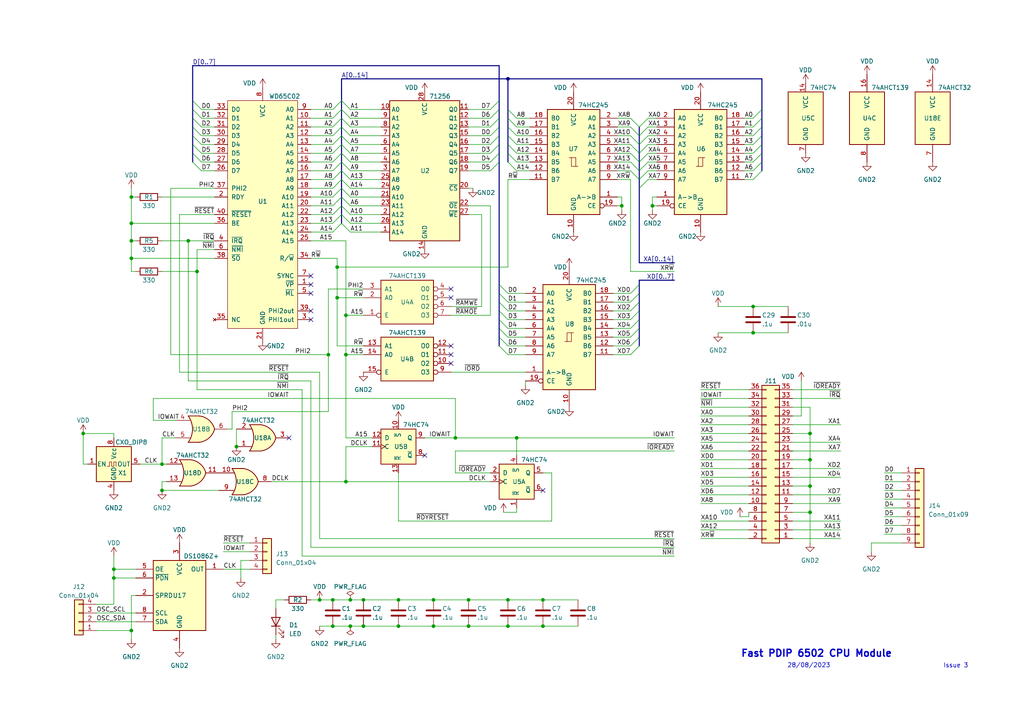
<source format=kicad_sch>
(kicad_sch (version 20230121) (generator eeschema)
  (paper "A4")
  (lib_symbols
    (symbol "74xx:74HC245" (pin_names (offset 1.016))
      (property "Reference" "U" (at -7.62 16.51 0))
      (property "Value" "74HC245" (at -7.62 -16.51 0))
      (symbol "74HC245_1_0"
        (pin input line (at -12.7 -10.16 0) (length 5.08) (name "A->B") (number "1"))
        (pin power_in line (at 0 -20.32 90) (length 5.08) (name "GND") (number "10"))
        (pin tri_state line (at 12.7 -5.08 180) (length 5.08) (name "B7") (number "11"))
        (pin tri_state line (at 12.7 -2.54 180) (length 5.08) (name "B6") (number "12"))
        (pin tri_state line (at 12.7 0 180) (length 5.08) (name "B5") (number "13"))
        (pin tri_state line (at 12.7 2.54 180) (length 5.08) (name "B4") (number "14"))
        (pin tri_state line (at 12.7 5.08 180) (length 5.08) (name "B3") (number "15"))
        (pin tri_state line (at 12.7 7.62 180) (length 5.08) (name "B2") (number "16"))
        (pin tri_state line (at 12.7 10.16 180) (length 5.08) (name "B1") (number "17"))
        (pin tri_state line (at 12.7 12.7 180) (length 5.08) (name "B0") (number "18"))
        (pin input inverted (at -12.7 -12.7 0) (length 5.08) (name "CE") (number "19"))
        (pin tri_state line (at -12.7 12.7 0) (length 5.08) (name "A0") (number "2"))
        (pin power_in line (at 0 20.32 270) (length 5.08) (name "VCC") (number "20"))
        (pin tri_state line (at -12.7 10.16 0) (length 5.08) (name "A1") (number "3"))
        (pin tri_state line (at -12.7 7.62 0) (length 5.08) (name "A2") (number "4"))
        (pin tri_state line (at -12.7 5.08 0) (length 5.08) (name "A3") (number "5"))
        (pin tri_state line (at -12.7 2.54 0) (length 5.08) (name "A4") (number "6"))
        (pin tri_state line (at -12.7 0 0) (length 5.08) (name "A5") (number "7"))
        (pin tri_state line (at -12.7 -2.54 0) (length 5.08) (name "A6") (number "8"))
        (pin tri_state line (at -12.7 -5.08 0) (length 5.08) (name "A7") (number "9"))
      )
    )
    (symbol "74xx:74HC74" (pin_names (offset 1.016))
      (property "Reference" "U" (at -7.62 8.89 0))
      (property "Value" "74HC74" (at -7.62 -8.89 0))
      (symbol "74HC74_1_0"
        (pin input line (at 0 -7.62 90) (length 2.54) (name "~{R}") (number "1"))
        (pin input line (at -7.62 2.54 0) (length 2.54) (name "D") (number "2"))
        (pin input clock (at -7.62 0 0) (length 2.54) (name "C") (number "3"))
        (pin input line (at 0 7.62 270) (length 2.54) (name "~{S}") (number "4"))
        (pin output line (at 7.62 2.54 180) (length 2.54) (name "Q") (number "5"))
        (pin output line (at 7.62 -2.54 180) (length 2.54) (name "~{Q}") (number "6"))
      )
      (symbol "74HC74_2_0"
        (pin input line (at 0 7.62 270) (length 2.54) (name "~{S}") (number "10"))
        (pin input clock (at -7.62 0 0) (length 2.54) (name "C") (number "11"))
        (pin input line (at -7.62 2.54 0) (length 2.54) (name "D") (number "12"))
        (pin input line (at 0 -7.62 90) (length 2.54) (name "~{R}") (number "13"))
        (pin output line (at 7.62 -2.54 180) (length 2.54) (name "~{Q}") (number "8"))
        (pin output line (at 7.62 2.54 180) (length 2.54) (name "Q") (number "9"))
      )
      (symbol "74HC74_3_0"
        (pin power_in line (at 0 10.16 270) (length 2.54) (name "VCC") (number "14"))
        (pin power_in line (at 0 -10.16 90) (length 2.54) (name "GND") (number "7"))
      )
    )
    (symbol "74xx:74LS139" (pin_names (offset 1.016))
      (property "Reference" "U" (at -7.62 8.89 0))
      (property "Value" "74LS139" (at -7.62 -8.89 0))
      (symbol "74LS139_1_0"
        (pin input inverted (at -12.7 -5.08 0) (length 5.08) (name "E") (number "1"))
        (pin input line (at -12.7 0 0) (length 5.08) (name "A0") (number "2"))
        (pin input line (at -12.7 2.54 0) (length 5.08) (name "A1") (number "3"))
        (pin output inverted (at 12.7 2.54 180) (length 5.08) (name "O0") (number "4"))
        (pin output inverted (at 12.7 0 180) (length 5.08) (name "O1") (number "5"))
        (pin output inverted (at 12.7 -2.54 180) (length 5.08) (name "O2") (number "6"))
        (pin output inverted (at 12.7 -5.08 180) (length 5.08) (name "O3") (number "7"))
      )
      (symbol "74LS139_2_0"
        (pin output inverted (at 12.7 -2.54 180) (length 5.08) (name "O2") (number "10"))
        (pin output inverted (at 12.7 0 180) (length 5.08) (name "O1") (number "11"))
        (pin output inverted (at 12.7 2.54 180) (length 5.08) (name "O0") (number "12"))
        (pin input line (at -12.7 2.54 0) (length 5.08) (name "A1") (number "13"))
        (pin input line (at -12.7 0 0) (length 5.08) (name "A0") (number "14"))
        (pin input inverted (at -12.7 -5.08 0) (length 5.08) (name "E") (number "15"))
        (pin output inverted (at 12.7 -5.08 180) (length 5.08) (name "O3") (number "9"))
      )
      (symbol "74LS139_3_0"
        (pin power_in line (at 0 12.7 270) (length 5.08) (name "VCC") (number "16"))
        (pin power_in line (at 0 -12.7 90) (length 5.08) (name "GND") (number "8"))
      )
    )
    (symbol "74xx:74LS32" (pin_names (offset 1.016))
      (property "Reference" "U" (at 0 1.27 0))
      (property "Value" "74LS32" (at 0 -1.27 0))
      (symbol "74LS32_1_1"
        (pin input line (at -7.62 2.54 0) (length 4.318) (name "~") (number "1"))
        (pin input line (at -7.62 -2.54 0) (length 4.318) (name "~") (number "2"))
        (pin output line (at 7.62 0 180) (length 3.81) (name "~") (number "3"))
      )
      (symbol "74LS32_1_2"
        (pin input inverted (at -7.62 2.54 0) (length 3.81) (name "~") (number "1"))
        (pin input inverted (at -7.62 -2.54 0) (length 3.81) (name "~") (number "2"))
        (pin output inverted (at 7.62 0 180) (length 3.81) (name "~") (number "3"))
      )
      (symbol "74LS32_2_1"
        (pin input line (at -7.62 2.54 0) (length 4.318) (name "~") (number "4"))
        (pin input line (at -7.62 -2.54 0) (length 4.318) (name "~") (number "5"))
        (pin output line (at 7.62 0 180) (length 3.81) (name "~") (number "6"))
      )
      (symbol "74LS32_2_2"
        (pin input inverted (at -7.62 2.54 0) (length 3.81) (name "~") (number "4"))
        (pin input inverted (at -7.62 -2.54 0) (length 3.81) (name "~") (number "5"))
        (pin output inverted (at 7.62 0 180) (length 3.81) (name "~") (number "6"))
      )
      (symbol "74LS32_3_1"
        (pin input line (at -7.62 -2.54 0) (length 4.318) (name "~") (number "10"))
        (pin output line (at 7.62 0 180) (length 3.81) (name "~") (number "8"))
        (pin input line (at -7.62 2.54 0) (length 4.318) (name "~") (number "9"))
      )
      (symbol "74LS32_3_2"
        (pin input inverted (at -7.62 -2.54 0) (length 3.81) (name "~") (number "10"))
        (pin output inverted (at 7.62 0 180) (length 3.81) (name "~") (number "8"))
        (pin input inverted (at -7.62 2.54 0) (length 3.81) (name "~") (number "9"))
      )
      (symbol "74LS32_4_1"
        (pin output line (at 7.62 0 180) (length 3.81) (name "~") (number "11"))
        (pin input line (at -7.62 2.54 0) (length 4.318) (name "~") (number "12"))
        (pin input line (at -7.62 -2.54 0) (length 4.318) (name "~") (number "13"))
      )
      (symbol "74LS32_4_2"
        (pin output inverted (at 7.62 0 180) (length 3.81) (name "~") (number "11"))
        (pin input inverted (at -7.62 2.54 0) (length 3.81) (name "~") (number "12"))
        (pin input inverted (at -7.62 -2.54 0) (length 3.81) (name "~") (number "13"))
      )
      (symbol "74LS32_5_0"
        (pin power_in line (at 0 12.7 270) (length 5.08) (name "VCC") (number "14"))
        (pin power_in line (at 0 -12.7 90) (length 5.08) (name "GND") (number "7"))
      )
    )
    (symbol "Connector_Generic:Conn_01x04" (pin_names (offset 1.016) hide)
      (property "Reference" "J" (at 0 5.08 0))
      (property "Value" "Conn_01x04" (at 0 -7.62 0))
      (symbol "Conn_01x04_1_1"
        (pin passive line (at -5.08 2.54 0) (length 3.81) (name "Pin_1") (number "1"))
        (pin passive line (at -5.08 0 0) (length 3.81) (name "Pin_2") (number "2"))
        (pin passive line (at -5.08 -2.54 0) (length 3.81) (name "Pin_3") (number "3"))
        (pin passive line (at -5.08 -5.08 0) (length 3.81) (name "Pin_4") (number "4"))
      )
    )
    (symbol "Connector_Generic:Conn_01x09" (pin_names (offset 1.016) hide)
      (property "Reference" "J" (at 0 12.7 0))
      (property "Value" "Conn_01x09" (at 0 -12.7 0))
      (symbol "Conn_01x09_1_1"
        (pin passive line (at -5.08 10.16 0) (length 3.81) (name "Pin_1") (number "1"))
        (pin passive line (at -5.08 7.62 0) (length 3.81) (name "Pin_2") (number "2"))
        (pin passive line (at -5.08 5.08 0) (length 3.81) (name "Pin_3") (number "3"))
        (pin passive line (at -5.08 2.54 0) (length 3.81) (name "Pin_4") (number "4"))
        (pin passive line (at -5.08 0 0) (length 3.81) (name "Pin_5") (number "5"))
        (pin passive line (at -5.08 -2.54 0) (length 3.81) (name "Pin_6") (number "6"))
        (pin passive line (at -5.08 -5.08 0) (length 3.81) (name "Pin_7") (number "7"))
        (pin passive line (at -5.08 -7.62 0) (length 3.81) (name "Pin_8") (number "8"))
        (pin passive line (at -5.08 -10.16 0) (length 3.81) (name "Pin_9") (number "9"))
      )
    )
    (symbol "Connector_Generic:Conn_02x18_Odd_Even" (pin_names (offset 1.016) hide)
      (property "Reference" "J" (at 1.27 22.86 0))
      (property "Value" "Conn_02x18_Odd_Even" (at 1.27 -25.4 0))
      (symbol "Conn_02x18_Odd_Even_1_1"
        (pin passive line (at -5.08 20.32 0) (length 3.81) (name "Pin_1") (number "1"))
        (pin passive line (at 7.62 10.16 180) (length 3.81) (name "Pin_10") (number "10"))
        (pin passive line (at -5.08 7.62 0) (length 3.81) (name "Pin_11") (number "11"))
        (pin passive line (at 7.62 7.62 180) (length 3.81) (name "Pin_12") (number "12"))
        (pin passive line (at -5.08 5.08 0) (length 3.81) (name "Pin_13") (number "13"))
        (pin passive line (at 7.62 5.08 180) (length 3.81) (name "Pin_14") (number "14"))
        (pin passive line (at -5.08 2.54 0) (length 3.81) (name "Pin_15") (number "15"))
        (pin passive line (at 7.62 2.54 180) (length 3.81) (name "Pin_16") (number "16"))
        (pin passive line (at -5.08 0 0) (length 3.81) (name "Pin_17") (number "17"))
        (pin passive line (at 7.62 0 180) (length 3.81) (name "Pin_18") (number "18"))
        (pin passive line (at -5.08 -2.54 0) (length 3.81) (name "Pin_19") (number "19"))
        (pin passive line (at 7.62 20.32 180) (length 3.81) (name "Pin_2") (number "2"))
        (pin passive line (at 7.62 -2.54 180) (length 3.81) (name "Pin_20") (number "20"))
        (pin passive line (at -5.08 -5.08 0) (length 3.81) (name "Pin_21") (number "21"))
        (pin passive line (at 7.62 -5.08 180) (length 3.81) (name "Pin_22") (number "22"))
        (pin passive line (at -5.08 -7.62 0) (length 3.81) (name "Pin_23") (number "23"))
        (pin passive line (at 7.62 -7.62 180) (length 3.81) (name "Pin_24") (number "24"))
        (pin passive line (at -5.08 -10.16 0) (length 3.81) (name "Pin_25") (number "25"))
        (pin passive line (at 7.62 -10.16 180) (length 3.81) (name "Pin_26") (number "26"))
        (pin passive line (at -5.08 -12.7 0) (length 3.81) (name "Pin_27") (number "27"))
        (pin passive line (at 7.62 -12.7 180) (length 3.81) (name "Pin_28") (number "28"))
        (pin passive line (at -5.08 -15.24 0) (length 3.81) (name "Pin_29") (number "29"))
        (pin passive line (at -5.08 17.78 0) (length 3.81) (name "Pin_3") (number "3"))
        (pin passive line (at 7.62 -15.24 180) (length 3.81) (name "Pin_30") (number "30"))
        (pin passive line (at -5.08 -17.78 0) (length 3.81) (name "Pin_31") (number "31"))
        (pin passive line (at 7.62 -17.78 180) (length 3.81) (name "Pin_32") (number "32"))
        (pin passive line (at -5.08 -20.32 0) (length 3.81) (name "Pin_33") (number "33"))
        (pin passive line (at 7.62 -20.32 180) (length 3.81) (name "Pin_34") (number "34"))
        (pin passive line (at -5.08 -22.86 0) (length 3.81) (name "Pin_35") (number "35"))
        (pin passive line (at 7.62 -22.86 180) (length 3.81) (name "Pin_36") (number "36"))
        (pin passive line (at 7.62 17.78 180) (length 3.81) (name "Pin_4") (number "4"))
        (pin passive line (at -5.08 15.24 0) (length 3.81) (name "Pin_5") (number "5"))
        (pin passive line (at 7.62 15.24 180) (length 3.81) (name "Pin_6") (number "6"))
        (pin passive line (at -5.08 12.7 0) (length 3.81) (name "Pin_7") (number "7"))
        (pin passive line (at 7.62 12.7 180) (length 3.81) (name "Pin_8") (number "8"))
        (pin passive line (at -5.08 10.16 0) (length 3.81) (name "Pin_9") (number "9"))
      )
    )
    (symbol "Device:C" (pin_numbers hide) (pin_names (offset 0.254))
      (property "Reference" "C" (at 0.635 2.54 0))
      (property "Value" "C" (at 0.635 -2.54 0))
      (symbol "C_1_1"
        (pin passive line (at 0 3.81 270) (length 2.794) (name "~") (number "1"))
        (pin passive line (at 0 -3.81 90) (length 2.794) (name "~") (number "2"))
      )
    )
    (symbol "Device:LED" (pin_numbers hide) (pin_names (offset 1.016) hide)
      (property "Reference" "D" (at 0 2.54 0))
      (property "Value" "LED" (at 0 -2.54 0))
      (symbol "LED_1_1"
        (pin passive line (at -3.81 0 0) (length 2.54) (name "K") (number "1"))
        (pin passive line (at 3.81 0 180) (length 2.54) (name "A") (number "2"))
      )
    )
    (symbol "Device:R" (pin_numbers hide) (pin_names (offset 0))
      (property "Reference" "R" (at 2.032 0 90))
      (property "Value" "R" (at 0 0 90))
      (symbol "R_1_1"
        (pin passive line (at 0 3.81 270) (length 1.27) (name "~") (number "1"))
        (pin passive line (at 0 -3.81 90) (length 1.27) (name "~") (number "2"))
      )
    )
    (symbol "Library_Loader:DS1086Z+"
      (property "Reference" "U?" (at -1.27 2.54 0))
      (property "Value" "DS1086Z+" (at 1.27 12.7 0))
      (symbol "DS1086Z+_1_1"
        (pin passive line (at 12.7 7.62 180) (length 5.08) (name "OUT") (number "1"))
        (pin passive line (at -12.7 0 0) (length 5.08) (name "SPRD") (number "2"))
        (pin passive line (at 0 15.24 270) (length 5.08) (name "VCC") (number "3"))
        (pin passive line (at 0 -15.24 90) (length 5.08) (name "GND") (number "4"))
        (pin passive line (at -12.7 7.62 0) (length 5.08) (name "OE") (number "5"))
        (pin passive line (at -12.7 5.08 0) (length 5.08) (name "~{PDN}") (number "6"))
        (pin passive line (at -12.7 -7.62 0) (length 5.08) (name "SDA") (number "7"))
        (pin passive line (at -12.7 -5.08 0) (length 5.08) (name "SCL") (number "8"))
      )
    )
    (symbol "Memory_RAM:KM62256CLP"
      (property "Reference" "U" (at -10.16 20.955 0))
      (property "Value" "KM62256CLP" (at 2.54 20.955 0))
      (symbol "KM62256CLP_0_0"
        (pin power_in line (at 0 -22.86 90) (length 2.54) (name "GND") (number "14"))
        (pin power_in line (at 0 22.86 270) (length 2.54) (name "VCC") (number "28"))
      )
      (symbol "KM62256CLP_1_1"
        (pin input line (at -12.7 -17.78 0) (length 2.54) (name "A14") (number "1"))
        (pin input line (at -12.7 17.78 0) (length 2.54) (name "A0") (number "10"))
        (pin tri_state line (at 12.7 17.78 180) (length 2.54) (name "Q0") (number "11"))
        (pin tri_state line (at 12.7 15.24 180) (length 2.54) (name "Q1") (number "12"))
        (pin tri_state line (at 12.7 12.7 180) (length 2.54) (name "Q2") (number "13"))
        (pin tri_state line (at 12.7 10.16 180) (length 2.54) (name "Q3") (number "15"))
        (pin tri_state line (at 12.7 7.62 180) (length 2.54) (name "Q4") (number "16"))
        (pin tri_state line (at 12.7 5.08 180) (length 2.54) (name "Q5") (number "17"))
        (pin tri_state line (at 12.7 2.54 180) (length 2.54) (name "Q6") (number "18"))
        (pin tri_state line (at 12.7 0 180) (length 2.54) (name "Q7") (number "19"))
        (pin input line (at -12.7 -12.7 0) (length 2.54) (name "A12") (number "2"))
        (pin input line (at 12.7 -5.08 180) (length 2.54) (name "~{CS}") (number "20"))
        (pin input line (at -12.7 -7.62 0) (length 2.54) (name "A10") (number "21"))
        (pin input line (at 12.7 -10.16 180) (length 2.54) (name "~{OE}") (number "22"))
        (pin input line (at -12.7 -10.16 0) (length 2.54) (name "A11") (number "23"))
        (pin input line (at -12.7 -5.08 0) (length 2.54) (name "A9") (number "24"))
        (pin input line (at -12.7 -2.54 0) (length 2.54) (name "A8") (number "25"))
        (pin input line (at -12.7 -15.24 0) (length 2.54) (name "A13") (number "26"))
        (pin input line (at 12.7 -12.7 180) (length 2.54) (name "~{WE}") (number "27"))
        (pin input line (at -12.7 0 0) (length 2.54) (name "A7") (number "3"))
        (pin input line (at -12.7 2.54 0) (length 2.54) (name "A6") (number "4"))
        (pin input line (at -12.7 5.08 0) (length 2.54) (name "A5") (number "5"))
        (pin input line (at -12.7 7.62 0) (length 2.54) (name "A4") (number "6"))
        (pin input line (at -12.7 10.16 0) (length 2.54) (name "A3") (number "7"))
        (pin input line (at -12.7 12.7 0) (length 2.54) (name "A2") (number "8"))
        (pin input line (at -12.7 15.24 0) (length 2.54) (name "A1") (number "9"))
      )
    )
    (symbol "Oscillator:CXO_DIP8" (pin_names (offset 0.254))
      (property "Reference" "X" (at -5.08 6.35 0))
      (property "Value" "CXO_DIP8" (at 1.27 -6.35 0))
      (symbol "CXO_DIP8_1_1"
        (pin input line (at -7.62 0 0) (length 2.54) (name "EN") (number "1"))
        (pin power_in line (at 0 -7.62 90) (length 2.54) (name "GND") (number "4"))
        (pin output line (at 7.62 0 180) (length 2.54) (name "OUT") (number "5"))
        (pin power_in line (at 0 7.62 270) (length 2.54) (name "Vcc") (number "8"))
      )
    )
    (symbol "power:GND2" (power) (pin_names (offset 0))
      (property "Value" "GND2" (at 0 -3.81 0))
      (symbol "GND2_1_1"
        (pin power_in line (at 0 0 270) (length 0) hide (name "GND2") (number "1"))
      )
    )
    (symbol "power:PWR_FLAG" (power) (pin_numbers hide) (pin_names (offset 0) hide)
      (property "Value" "PWR_FLAG" (at 0 3.81 0))
      (symbol "PWR_FLAG_0_0"
        (pin power_out line (at 0 0 90) (length 0) (name "pwr") (number "1"))
      )
    )
    (symbol "power:VDD" (power) (pin_names (offset 0))
      (property "Value" "VDD" (at 0 3.81 0))
      (symbol "VDD_1_1"
        (pin power_in line (at 0 0 90) (length 0) hide (name "VDD") (number "1"))
      )
    )
    (symbol "wd65c02_-65xx:WD65C02_-65xx" (pin_names (offset 1.016))
      (property "Reference" "U" (at 0 0 0))
      (property "Value" "WD65C02" (at 6.35 34.29 0))
      (symbol "WD65C02_-65xx_1_1"
        (pin output line (at 13.97 -20.32 180) (length 3.81) (name "~{VP}") (number "1"))
        (pin output line (at 13.97 27.94 180) (length 3.81) (name "A1") (number "10"))
        (pin output line (at 13.97 25.4 180) (length 3.81) (name "A2") (number "11"))
        (pin output line (at 13.97 22.86 180) (length 3.81) (name "A3") (number "12"))
        (pin output line (at 13.97 20.32 180) (length 3.81) (name "A4") (number "13"))
        (pin output line (at 13.97 17.78 180) (length 3.81) (name "A5") (number "14"))
        (pin output line (at 13.97 15.24 180) (length 3.81) (name "A6") (number "15"))
        (pin output line (at 13.97 12.7 180) (length 3.81) (name "A7") (number "16"))
        (pin output line (at 13.97 10.16 180) (length 3.81) (name "A8") (number "17"))
        (pin output line (at 13.97 7.62 180) (length 3.81) (name "A9") (number "18"))
        (pin output line (at 13.97 5.08 180) (length 3.81) (name "A10") (number "19"))
        (pin bidirectional line (at -13.97 5.08 0) (length 3.81) (name "RDY") (number "2"))
        (pin output line (at 13.97 2.54 180) (length 3.81) (name "A11") (number "20"))
        (pin power_in line (at 0 -36.83 90) (length 3.81) (name "GND") (number "21"))
        (pin output line (at 13.97 0 180) (length 3.81) (name "A12") (number "22"))
        (pin output line (at 13.97 -2.54 180) (length 3.81) (name "A13") (number "23"))
        (pin output line (at 13.97 -5.08 180) (length 3.81) (name "A14") (number "24"))
        (pin output line (at 13.97 -7.62 180) (length 3.81) (name "A15") (number "25"))
        (pin tri_state line (at -13.97 12.7 0) (length 3.81) (name "D7") (number "26"))
        (pin tri_state line (at -13.97 15.24 0) (length 3.81) (name "D6") (number "27"))
        (pin tri_state line (at -13.97 17.78 0) (length 3.81) (name "D5") (number "28"))
        (pin tri_state line (at -13.97 20.32 0) (length 3.81) (name "D4") (number "29"))
        (pin output line (at 13.97 -30.48 180) (length 3.81) (name "PHI1out") (number "3"))
        (pin tri_state line (at -13.97 22.86 0) (length 3.81) (name "D3") (number "30"))
        (pin tri_state line (at -13.97 25.4 0) (length 3.81) (name "D2") (number "31"))
        (pin tri_state line (at -13.97 27.94 0) (length 3.81) (name "D1") (number "32"))
        (pin tri_state line (at -13.97 30.48 0) (length 3.81) (name "D0") (number "33"))
        (pin output line (at 13.97 -12.7 180) (length 3.81) (name "R/~{W}") (number "34"))
        (pin no_connect line (at -13.97 -30.48 0) (length 3.81) (name "NC") (number "35"))
        (pin input line (at -13.97 -2.54 0) (length 3.81) (name "BE") (number "36"))
        (pin input line (at -13.97 7.62 0) (length 3.81) (name "PHI2") (number "37"))
        (pin input line (at -13.97 -12.7 0) (length 3.81) (name "~{SO}") (number "38"))
        (pin output line (at 13.97 -27.94 180) (length 3.81) (name "PHI2out") (number "39"))
        (pin input line (at -13.97 -7.62 0) (length 3.81) (name "~{IRQ}") (number "4"))
        (pin input line (at -13.97 0 0) (length 3.81) (name "~{RESET}") (number "40"))
        (pin output line (at 13.97 -22.86 180) (length 3.81) (name "~{ML}") (number "5"))
        (pin input line (at -13.97 -10.16 0) (length 3.81) (name "~{NMI}") (number "6"))
        (pin output line (at 13.97 -17.78 180) (length 3.81) (name "SYNC") (number "7"))
        (pin power_in line (at 0 36.83 270) (length 3.81) (name "VCC") (number "8"))
        (pin output line (at 13.97 30.48 180) (length 3.81) (name "A0") (number "9"))
      )
    )
  )
  (junction (at 95.25 102.87))
  (junction (at 38.1 182.88))
  (junction (at 234.95 148.59))
  (junction (at 97.79 86.36))
  (junction (at 38.1 69.85))
  (junction (at 218.44 88.9))
  (junction (at 135.89 181.61))
  (junction (at 38.1 74.93))
  (junction (at 101.6 181.61))
  (junction (at 33.02 165.1))
  (junction (at 46.99 142.24))
  (junction (at 100.33 139.7))
  (junction (at 218.44 96.52))
  (junction (at 135.89 173.99))
  (junction (at 24.13 125.73))
  (junction (at 147.32 173.99))
  (junction (at 100.33 91.44))
  (junction (at 147.32 181.61))
  (junction (at 100.33 102.87))
  (junction (at 157.48 181.61))
  (junction (at 92.71 173.99))
  (junction (at 157.48 173.99))
  (junction (at 147.32 22.86))
  (junction (at 234.95 140.97))
  (junction (at 125.73 173.99))
  (junction (at 96.52 181.61))
  (junction (at 105.41 173.99))
  (junction (at 234.95 133.35))
  (junction (at 180.34 59.69))
  (junction (at 38.1 64.77))
  (junction (at 96.52 173.99))
  (junction (at 115.57 181.61))
  (junction (at 101.6 173.99))
  (junction (at 97.79 77.47))
  (junction (at 149.86 127))
  (junction (at 33.02 167.64))
  (junction (at 105.41 181.61))
  (junction (at 115.57 173.99))
  (junction (at 57.15 78.74))
  (junction (at 68.58 129.54))
  (junction (at 54.61 69.85))
  (junction (at 234.95 125.73))
  (junction (at 46.99 134.62))
  (junction (at 125.73 181.61))
  (junction (at 189.23 59.69))
  (junction (at 38.1 57.15))
  (junction (at 132.08 127))
  (no_connect (at 130.81 102.87))
  (no_connect (at 130.81 100.33))
  (no_connect (at 90.17 82.55))
  (no_connect (at 90.17 90.17))
  (no_connect (at 90.17 92.71))
  (no_connect (at 123.19 132.08))
  (no_connect (at 130.81 86.36))
  (no_connect (at 130.81 83.82))
  (no_connect (at 90.17 80.01))
  (no_connect (at 90.17 85.09))
  (no_connect (at 130.81 105.41))
  (no_connect (at 157.48 142.24))
  (no_connect (at 83.82 127))
  (bus_entry (at 144.78 41.91) (size -2.54 2.54))
  (bus_entry (at 187.96 34.29) (size -2.54 2.54))
  (bus_entry (at 99.06 52.07) (size -2.54 2.54))
  (bus_entry (at 220.98 46.99) (size -2.54 2.54))
  (bus_entry (at 147.32 36.83) (size 2.54 2.54))
  (bus_entry (at 99.06 36.83) (size 2.54 2.54))
  (bus_entry (at 99.06 62.23) (size -2.54 2.54))
  (bus_entry (at 187.96 44.45) (size -2.54 2.54))
  (bus_entry (at 182.88 90.17) (size 2.54 -2.54))
  (bus_entry (at 220.98 34.29) (size -2.54 2.54))
  (bus_entry (at 55.88 44.45) (size 2.54 2.54))
  (bus_entry (at 187.96 46.99) (size -2.54 2.54))
  (bus_entry (at 99.06 41.91) (size -2.54 2.54))
  (bus_entry (at 99.06 64.77) (size -2.54 2.54))
  (bus_entry (at 55.88 39.37) (size 2.54 2.54))
  (bus_entry (at 182.88 97.79) (size 2.54 -2.54))
  (bus_entry (at 182.88 44.45) (size 2.54 2.54))
  (bus_entry (at 182.88 36.83) (size 2.54 2.54))
  (bus_entry (at 187.96 49.53) (size -2.54 2.54))
  (bus_entry (at 185.42 82.55) (size -2.54 2.54))
  (bus_entry (at 55.88 31.75) (size 2.54 2.54))
  (bus_entry (at 147.32 87.63) (size -2.54 -2.54))
  (bus_entry (at 147.32 41.91) (size 2.54 2.54))
  (bus_entry (at 147.32 46.99) (size 2.54 2.54))
  (bus_entry (at 182.88 100.33) (size 2.54 -2.54))
  (bus_entry (at 99.06 49.53) (size -2.54 2.54))
  (bus_entry (at 187.96 39.37) (size -2.54 2.54))
  (bus_entry (at 99.06 44.45) (size 2.54 2.54))
  (bus_entry (at 144.78 44.45) (size -2.54 2.54))
  (bus_entry (at 182.88 46.99) (size 2.54 2.54))
  (bus_entry (at 187.96 36.83) (size -2.54 2.54))
  (bus_entry (at 187.96 41.91) (size -2.54 2.54))
  (bus_entry (at 99.06 54.61) (size -2.54 2.54))
  (bus_entry (at 144.78 34.29) (size -2.54 2.54))
  (bus_entry (at 182.88 92.71) (size 2.54 -2.54))
  (bus_entry (at 147.32 100.33) (size -2.54 -2.54))
  (bus_entry (at 99.06 44.45) (size -2.54 2.54))
  (bus_entry (at 55.88 46.99) (size 2.54 2.54))
  (bus_entry (at 144.78 31.75) (size -2.54 2.54))
  (bus_entry (at 182.88 102.87) (size 2.54 -2.54))
  (bus_entry (at 99.06 29.21) (size 2.54 2.54))
  (bus_entry (at 144.78 39.37) (size -2.54 2.54))
  (bus_entry (at 55.88 36.83) (size 2.54 2.54))
  (bus_entry (at 182.88 87.63) (size 2.54 -2.54))
  (bus_entry (at 220.98 44.45) (size -2.54 2.54))
  (bus_entry (at 185.42 54.61) (size 2.54 -2.54))
  (bus_entry (at 147.32 34.29) (size 2.54 2.54))
  (bus_entry (at 99.06 59.69) (size 2.54 2.54))
  (bus_entry (at 147.32 90.17) (size -2.54 -2.54))
  (bus_entry (at 99.06 34.29) (size 2.54 2.54))
  (bus_entry (at 99.06 49.53) (size 2.54 2.54))
  (bus_entry (at 99.06 31.75) (size 2.54 2.54))
  (bus_entry (at 99.06 59.69) (size -2.54 2.54))
  (bus_entry (at 147.32 85.09) (size -2.54 -2.54))
  (bus_entry (at 99.06 34.29) (size -2.54 2.54))
  (bus_entry (at 182.88 95.25) (size 2.54 -2.54))
  (bus_entry (at 144.78 29.21) (size -2.54 2.54))
  (bus_entry (at 99.06 39.37) (size -2.54 2.54))
  (bus_entry (at 99.06 62.23) (size 2.54 2.54))
  (bus_entry (at 182.88 41.91) (size 2.54 2.54))
  (bus_entry (at 55.88 41.91) (size 2.54 2.54))
  (bus_entry (at 220.98 31.75) (size -2.54 2.54))
  (bus_entry (at 99.06 41.91) (size 2.54 2.54))
  (bus_entry (at 99.06 64.77) (size 2.54 2.54))
  (bus_entry (at 147.32 44.45) (size 2.54 2.54))
  (bus_entry (at 99.06 52.07) (size 2.54 2.54))
  (bus_entry (at 182.88 49.53) (size 2.54 2.54))
  (bus_entry (at 218.44 52.07) (size 2.54 -2.54))
  (bus_entry (at 147.32 39.37) (size 2.54 2.54))
  (bus_entry (at 182.88 34.29) (size 2.54 2.54))
  (bus_entry (at 99.06 57.15) (size 2.54 2.54))
  (bus_entry (at 99.06 46.99) (size -2.54 2.54))
  (bus_entry (at 220.98 41.91) (size -2.54 2.54))
  (bus_entry (at 99.06 54.61) (size 2.54 2.54))
  (bus_entry (at 99.06 39.37) (size 2.54 2.54))
  (bus_entry (at 144.78 46.99) (size -2.54 2.54))
  (bus_entry (at 99.06 36.83) (size -2.54 2.54))
  (bus_entry (at 99.06 29.21) (size -2.54 2.54))
  (bus_entry (at 147.32 102.87) (size -2.54 -2.54))
  (bus_entry (at 55.88 34.29) (size 2.54 2.54))
  (bus_entry (at 99.06 31.75) (size -2.54 2.54))
  (bus_entry (at 147.32 31.75) (size 2.54 2.54))
  (bus_entry (at 147.32 92.71) (size -2.54 -2.54))
  (bus_entry (at 220.98 36.83) (size -2.54 2.54))
  (bus_entry (at 147.32 95.25) (size -2.54 -2.54))
  (bus_entry (at 182.88 39.37) (size 2.54 2.54))
  (bus_entry (at 220.98 39.37) (size -2.54 2.54))
  (bus_entry (at 99.06 46.99) (size 2.54 2.54))
  (bus_entry (at 144.78 36.83) (size -2.54 2.54))
  (bus_entry (at 55.88 29.21) (size 2.54 2.54))
  (bus_entry (at 99.06 57.15) (size -2.54 2.54))
  (bus_entry (at 147.32 97.79) (size -2.54 -2.54))
  (wire (pts (xy 110.49 31.75) (xy 101.6 31.75)))
  (wire (pts (xy 100.33 102.87) (xy 100.33 91.44)))
  (wire (pts (xy 147.32 173.99) (xy 157.48 173.99)))
  (wire (pts (xy 132.08 127) (xy 132.08 115.57)))
  (wire (pts (xy 58.42 34.29) (xy 62.23 34.29)))
  (wire (pts (xy 52.07 62.23) (xy 62.23 62.23)))
  (wire (pts (xy 217.17 151.13) (xy 203.2 151.13)))
  (wire (pts (xy 177.8 87.63) (xy 182.88 87.63)))
  (wire (pts (xy 115.57 151.13) (xy 115.57 137.16)))
  (wire (pts (xy 217.17 128.27) (xy 203.2 128.27)))
  (wire (pts (xy 187.96 44.45) (xy 190.5 44.45)))
  (bus (pts (xy 220.98 31.75) (xy 220.98 34.29)))
  (wire (pts (xy 218.44 41.91) (xy 215.9 41.91)))
  (wire (pts (xy 115.57 181.61) (xy 125.73 181.61)))
  (wire (pts (xy 252.73 157.48) (xy 252.73 160.02)))
  (bus (pts (xy 147.32 44.45) (xy 147.32 46.99)))
  (wire (pts (xy 130.81 91.44) (xy 142.24 91.44)))
  (wire (pts (xy 214.63 149.86) (xy 217.17 149.86)))
  (wire (pts (xy 33.02 161.29) (xy 33.02 165.1)))
  (wire (pts (xy 100.33 129.54) (xy 100.33 139.7)))
  (wire (pts (xy 261.62 152.4) (xy 256.54 152.4)))
  (wire (pts (xy 187.96 36.83) (xy 190.5 36.83)))
  (wire (pts (xy 147.32 100.33) (xy 152.4 100.33)))
  (wire (pts (xy 177.8 95.25) (xy 182.88 95.25)))
  (wire (pts (xy 177.8 100.33) (xy 182.88 100.33)))
  (wire (pts (xy 147.32 90.17) (xy 152.4 90.17)))
  (wire (pts (xy 229.87 151.13) (xy 243.84 151.13)))
  (wire (pts (xy 217.17 135.89) (xy 203.2 135.89)))
  (wire (pts (xy 179.07 49.53) (xy 182.88 49.53)))
  (wire (pts (xy 64.77 157.48) (xy 72.39 157.48)))
  (wire (pts (xy 123.19 127) (xy 132.08 127)))
  (wire (pts (xy 189.23 59.69) (xy 190.5 59.69)))
  (bus (pts (xy 99.06 62.23) (xy 99.06 64.77)))
  (wire (pts (xy 90.17 36.83) (xy 96.52 36.83)))
  (wire (pts (xy 234.95 148.59) (xy 234.95 157.48)))
  (wire (pts (xy 229.87 138.43) (xy 243.84 138.43)))
  (wire (pts (xy 33.02 165.1) (xy 33.02 167.64)))
  (wire (pts (xy 135.89 36.83) (xy 142.24 36.83)))
  (wire (pts (xy 110.49 62.23) (xy 101.6 62.23)))
  (wire (pts (xy 229.87 130.81) (xy 243.84 130.81)))
  (wire (pts (xy 49.53 54.61) (xy 49.53 102.87)))
  (wire (pts (xy 135.89 49.53) (xy 142.24 49.53)))
  (wire (pts (xy 177.8 97.79) (xy 182.88 97.79)))
  (wire (pts (xy 217.17 125.73) (xy 203.2 125.73)))
  (wire (pts (xy 229.87 115.57) (xy 243.84 115.57)))
  (wire (pts (xy 153.67 49.53) (xy 149.86 49.53)))
  (wire (pts (xy 90.17 52.07) (xy 96.52 52.07)))
  (wire (pts (xy 234.95 125.73) (xy 234.95 133.35)))
  (wire (pts (xy 97.79 86.36) (xy 105.41 86.36)))
  (wire (pts (xy 142.24 59.69) (xy 142.24 91.44)))
  (wire (pts (xy 135.89 34.29) (xy 142.24 34.29)))
  (bus (pts (xy 99.06 49.53) (xy 99.06 46.99)))
  (wire (pts (xy 40.64 134.62) (xy 46.99 134.62)))
  (wire (pts (xy 38.1 57.15) (xy 38.1 64.77)))
  (wire (pts (xy 177.8 92.71) (xy 182.88 92.71)))
  (wire (pts (xy 229.87 118.11) (xy 234.95 118.11)))
  (bus (pts (xy 55.88 31.75) (xy 55.88 29.21)))
  (bus (pts (xy 55.88 36.83) (xy 55.88 34.29)))
  (wire (pts (xy 157.48 173.99) (xy 167.64 173.99)))
  (wire (pts (xy 92.71 173.99) (xy 96.52 173.99)))
  (wire (pts (xy 130.81 88.9) (xy 139.7 88.9)))
  (wire (pts (xy 182.88 52.07) (xy 182.88 78.74)))
  (bus (pts (xy 99.06 57.15) (xy 99.06 59.69)))
  (bus (pts (xy 147.32 41.91) (xy 147.32 44.45)))
  (wire (pts (xy 187.96 41.91) (xy 190.5 41.91)))
  (wire (pts (xy 110.49 59.69) (xy 101.6 59.69)))
  (wire (pts (xy 24.13 125.73) (xy 24.13 134.62)))
  (wire (pts (xy 217.17 120.65) (xy 203.2 120.65)))
  (wire (pts (xy 160.02 151.13) (xy 115.57 151.13)))
  (bus (pts (xy 185.42 49.53) (xy 185.42 52.07)))
  (wire (pts (xy 38.1 172.72) (xy 38.1 182.88)))
  (bus (pts (xy 144.78 41.91) (xy 144.78 44.45)))
  (bus (pts (xy 99.06 22.86) (xy 99.06 29.21)))
  (wire (pts (xy 67.31 119.38) (xy 95.25 119.38)))
  (wire (pts (xy 218.44 96.52) (xy 228.6 96.52)))
  (wire (pts (xy 147.32 52.07) (xy 147.32 77.47)))
  (bus (pts (xy 144.78 36.83) (xy 144.78 39.37)))
  (wire (pts (xy 110.49 54.61) (xy 101.6 54.61)))
  (wire (pts (xy 135.89 46.99) (xy 142.24 46.99)))
  (wire (pts (xy 179.07 39.37) (xy 182.88 39.37)))
  (wire (pts (xy 90.17 46.99) (xy 96.52 46.99)))
  (wire (pts (xy 132.08 127) (xy 149.86 127)))
  (wire (pts (xy 115.57 173.99) (xy 125.73 173.99)))
  (bus (pts (xy 144.78 29.21) (xy 144.78 31.75)))
  (wire (pts (xy 87.63 113.03) (xy 87.63 161.29)))
  (wire (pts (xy 149.86 148.59) (xy 149.86 147.32)))
  (wire (pts (xy 101.6 173.99) (xy 105.41 173.99)))
  (wire (pts (xy 97.79 74.93) (xy 90.17 74.93)))
  (wire (pts (xy 110.49 46.99) (xy 101.6 46.99)))
  (wire (pts (xy 160.02 137.16) (xy 157.48 137.16)))
  (wire (pts (xy 33.02 175.26) (xy 33.02 167.64)))
  (wire (pts (xy 157.48 181.61) (xy 167.64 181.61)))
  (wire (pts (xy 90.17 110.49) (xy 90.17 158.75)))
  (wire (pts (xy 187.96 39.37) (xy 190.5 39.37)))
  (wire (pts (xy 46.99 57.15) (xy 62.23 57.15)))
  (bus (pts (xy 99.06 54.61) (xy 99.06 52.07)))
  (wire (pts (xy 69.85 167.64) (xy 69.85 162.56)))
  (wire (pts (xy 135.89 54.61) (xy 137.16 54.61)))
  (wire (pts (xy 218.44 39.37) (xy 215.9 39.37)))
  (wire (pts (xy 92.71 181.61) (xy 96.52 181.61)))
  (wire (pts (xy 187.96 46.99) (xy 190.5 46.99)))
  (wire (pts (xy 234.95 140.97) (xy 229.87 140.97)))
  (wire (pts (xy 234.95 125.73) (xy 229.87 125.73)))
  (wire (pts (xy 49.53 54.61) (xy 62.23 54.61)))
  (wire (pts (xy 217.17 133.35) (xy 203.2 133.35)))
  (wire (pts (xy 57.15 72.39) (xy 62.23 72.39)))
  (bus (pts (xy 144.78 90.17) (xy 144.78 92.71)))
  (wire (pts (xy 152.4 110.49) (xy 152.4 111.76)))
  (wire (pts (xy 96.52 173.99) (xy 101.6 173.99)))
  (wire (pts (xy 217.17 148.59) (xy 217.17 149.86)))
  (bus (pts (xy 185.42 95.25) (xy 185.42 97.79)))
  (bus (pts (xy 185.42 36.83) (xy 185.42 39.37)))
  (bus (pts (xy 185.42 81.28) (xy 195.58 81.28)))
  (wire (pts (xy 95.25 83.82) (xy 105.41 83.82)))
  (wire (pts (xy 189.23 57.15) (xy 190.5 57.15)))
  (bus (pts (xy 144.78 97.79) (xy 144.78 100.33)))
  (wire (pts (xy 261.62 139.7) (xy 256.54 139.7)))
  (wire (pts (xy 132.08 130.81) (xy 195.58 130.81)))
  (bus (pts (xy 185.42 85.09) (xy 185.42 87.63)))
  (wire (pts (xy 78.74 139.7) (xy 100.33 139.7)))
  (wire (pts (xy 147.32 85.09) (xy 152.4 85.09)))
  (wire (pts (xy 80.01 173.99) (xy 80.01 176.53)))
  (wire (pts (xy 179.07 34.29) (xy 182.88 34.29)))
  (wire (pts (xy 95.25 119.38) (xy 95.25 102.87)))
  (bus (pts (xy 220.98 46.99) (xy 220.98 49.53)))
  (wire (pts (xy 107.95 127) (xy 100.33 127)))
  (wire (pts (xy 229.87 143.51) (xy 243.84 143.51)))
  (bus (pts (xy 147.32 22.86) (xy 147.32 31.75)))
  (wire (pts (xy 208.28 88.9) (xy 218.44 88.9)))
  (wire (pts (xy 218.44 44.45) (xy 215.9 44.45)))
  (wire (pts (xy 110.49 67.31) (xy 101.6 67.31)))
  (wire (pts (xy 90.17 67.31) (xy 96.52 67.31)))
  (bus (pts (xy 99.06 29.21) (xy 99.06 31.75)))
  (bus (pts (xy 147.32 34.29) (xy 147.32 36.83)))
  (wire (pts (xy 64.77 160.02) (xy 72.39 160.02)))
  (bus (pts (xy 185.42 92.71) (xy 185.42 95.25)))
  (wire (pts (xy 135.89 173.99) (xy 147.32 173.99)))
  (wire (pts (xy 234.95 133.35) (xy 229.87 133.35)))
  (bus (pts (xy 185.42 39.37) (xy 185.42 41.91)))
  (wire (pts (xy 180.34 59.69) (xy 180.34 60.96)))
  (bus (pts (xy 147.32 39.37) (xy 147.32 41.91)))
  (wire (pts (xy 92.71 107.95) (xy 92.71 156.21)))
  (bus (pts (xy 55.88 46.99) (xy 55.88 44.45)))
  (bus (pts (xy 220.98 44.45) (xy 220.98 46.99)))
  (wire (pts (xy 24.13 125.73) (xy 33.02 125.73)))
  (wire (pts (xy 179.07 52.07) (xy 182.88 52.07)))
  (bus (pts (xy 144.78 82.55) (xy 144.78 85.09)))
  (wire (pts (xy 58.42 49.53) (xy 62.23 49.53)))
  (wire (pts (xy 46.99 134.62) (xy 48.26 134.62)))
  (wire (pts (xy 110.49 49.53) (xy 101.6 49.53)))
  (wire (pts (xy 261.62 147.32) (xy 256.54 147.32)))
  (wire (pts (xy 38.1 78.74) (xy 38.1 74.93)))
  (bus (pts (xy 99.06 34.29) (xy 99.06 36.83)))
  (wire (pts (xy 48.26 139.7) (xy 46.99 139.7)))
  (wire (pts (xy 90.17 49.53) (xy 96.52 49.53)))
  (wire (pts (xy 90.17 41.91) (xy 96.52 41.91)))
  (wire (pts (xy 189.23 59.69) (xy 189.23 60.96)))
  (bus (pts (xy 185.42 46.99) (xy 185.42 49.53)))
  (wire (pts (xy 100.33 139.7) (xy 142.24 139.7)))
  (bus (pts (xy 185.42 52.07) (xy 185.42 54.61)))
  (wire (pts (xy 46.99 78.74) (xy 57.15 78.74)))
  (bus (pts (xy 99.06 46.99) (xy 99.06 44.45)))
  (wire (pts (xy 203.2 156.21) (xy 217.17 156.21)))
  (wire (pts (xy 110.49 39.37) (xy 101.6 39.37)))
  (wire (pts (xy 90.17 57.15) (xy 96.52 57.15)))
  (wire (pts (xy 149.86 127) (xy 195.58 127)))
  (wire (pts (xy 66.04 124.46) (xy 67.31 124.46)))
  (wire (pts (xy 90.17 173.99) (xy 92.71 173.99)))
  (wire (pts (xy 261.62 142.24) (xy 256.54 142.24)))
  (bus (pts (xy 99.06 36.83) (xy 99.06 39.37)))
  (wire (pts (xy 179.07 41.91) (xy 182.88 41.91)))
  (wire (pts (xy 27.94 182.88) (xy 38.1 182.88)))
  (wire (pts (xy 135.89 181.61) (xy 147.32 181.61)))
  (wire (pts (xy 97.79 86.36) (xy 97.79 100.33)))
  (bus (pts (xy 55.88 34.29) (xy 55.88 31.75)))
  (bus (pts (xy 144.78 44.45) (xy 144.78 46.99)))
  (wire (pts (xy 101.6 181.61) (xy 105.41 181.61)))
  (wire (pts (xy 261.62 154.94) (xy 256.54 154.94)))
  (wire (pts (xy 52.07 62.23) (xy 52.07 107.95)))
  (wire (pts (xy 208.28 96.52) (xy 218.44 96.52)))
  (wire (pts (xy 58.42 44.45) (xy 62.23 44.45)))
  (wire (pts (xy 50.8 127) (xy 46.99 127)))
  (wire (pts (xy 64.77 165.1) (xy 72.39 165.1)))
  (wire (pts (xy 261.62 137.16) (xy 256.54 137.16)))
  (bus (pts (xy 144.78 87.63) (xy 144.78 90.17)))
  (bus (pts (xy 220.98 36.83) (xy 220.98 39.37)))
  (wire (pts (xy 46.99 69.85) (xy 54.61 69.85)))
  (wire (pts (xy 135.89 181.61) (xy 125.73 181.61)))
  (wire (pts (xy 57.15 78.74) (xy 57.15 113.03)))
  (wire (pts (xy 100.33 129.54) (xy 107.95 129.54)))
  (wire (pts (xy 97.79 100.33) (xy 105.41 100.33)))
  (wire (pts (xy 90.17 62.23) (xy 96.52 62.23)))
  (wire (pts (xy 147.32 102.87) (xy 152.4 102.87)))
  (wire (pts (xy 38.1 57.15) (xy 39.37 57.15)))
  (wire (pts (xy 90.17 69.85) (xy 100.33 69.85)))
  (wire (pts (xy 24.13 134.62) (xy 25.4 134.62)))
  (bus (pts (xy 99.06 31.75) (xy 99.06 34.29)))
  (wire (pts (xy 38.1 54.61) (xy 38.1 57.15)))
  (wire (pts (xy 80.01 184.15) (xy 80.01 185.42)))
  (bus (pts (xy 220.98 41.91) (xy 220.98 44.45)))
  (wire (pts (xy 147.32 181.61) (xy 157.48 181.61)))
  (wire (pts (xy 39.37 69.85) (xy 38.1 69.85)))
  (wire (pts (xy 203.2 153.67) (xy 217.17 153.67)))
  (wire (pts (xy 232.41 110.49) (xy 232.41 120.65)))
  (bus (pts (xy 147.32 22.86) (xy 220.98 22.86)))
  (wire (pts (xy 135.89 44.45) (xy 142.24 44.45)))
  (wire (pts (xy 57.15 72.39) (xy 57.15 78.74)))
  (wire (pts (xy 147.32 95.25) (xy 152.4 95.25)))
  (wire (pts (xy 38.1 64.77) (xy 62.23 64.77)))
  (wire (pts (xy 132.08 130.81) (xy 132.08 137.16)))
  (bus (pts (xy 55.88 29.21) (xy 55.88 19.05)))
  (wire (pts (xy 234.95 140.97) (xy 234.95 133.35)))
  (bus (pts (xy 99.06 41.91) (xy 99.06 44.45)))
  (wire (pts (xy 217.17 123.19) (xy 203.2 123.19)))
  (wire (pts (xy 187.96 52.07) (xy 190.5 52.07)))
  (wire (pts (xy 153.67 34.29) (xy 149.86 34.29)))
  (wire (pts (xy 68.58 124.46) (xy 68.58 129.54)))
  (bus (pts (xy 185.42 87.63) (xy 185.42 90.17)))
  (wire (pts (xy 54.61 69.85) (xy 62.23 69.85)))
  (wire (pts (xy 179.07 59.69) (xy 180.34 59.69)))
  (bus (pts (xy 185.42 90.17) (xy 185.42 92.71)))
  (wire (pts (xy 229.87 128.27) (xy 243.84 128.27)))
  (wire (pts (xy 38.1 78.74) (xy 39.37 78.74)))
  (bus (pts (xy 55.88 44.45) (xy 55.88 41.91)))
  (bus (pts (xy 185.42 82.55) (xy 185.42 85.09)))
  (wire (pts (xy 90.17 64.77) (xy 96.52 64.77)))
  (bus (pts (xy 144.78 95.25) (xy 144.78 97.79)))
  (bus (pts (xy 144.78 19.05) (xy 144.78 29.21)))
  (wire (pts (xy 97.79 77.47) (xy 147.32 77.47)))
  (wire (pts (xy 177.8 102.87) (xy 182.88 102.87)))
  (wire (pts (xy 90.17 31.75) (xy 96.52 31.75)))
  (wire (pts (xy 218.44 46.99) (xy 215.9 46.99)))
  (wire (pts (xy 38.1 182.88) (xy 38.1 185.42)))
  (wire (pts (xy 218.44 88.9) (xy 228.6 88.9)))
  (wire (pts (xy 153.67 36.83) (xy 149.86 36.83)))
  (wire (pts (xy 234.95 148.59) (xy 234.95 140.97)))
  (bus (pts (xy 144.78 85.09) (xy 144.78 87.63)))
  (wire (pts (xy 217.17 140.97) (xy 203.2 140.97)))
  (wire (pts (xy 58.42 41.91) (xy 62.23 41.91)))
  (wire (pts (xy 261.62 149.86) (xy 256.54 149.86)))
  (wire (pts (xy 187.96 34.29) (xy 190.5 34.29)))
  (wire (pts (xy 90.17 59.69) (xy 96.52 59.69)))
  (wire (pts (xy 92.71 156.21) (xy 195.58 156.21)))
  (wire (pts (xy 229.87 153.67) (xy 243.84 153.67)))
  (wire (pts (xy 44.45 121.92) (xy 44.45 115.57)))
  (wire (pts (xy 38.1 64.77) (xy 38.1 69.85)))
  (wire (pts (xy 95.25 83.82) (xy 95.25 102.87)))
  (wire (pts (xy 218.44 36.83) (xy 215.9 36.83)))
  (wire (pts (xy 229.87 135.89) (xy 243.84 135.89)))
  (wire (pts (xy 52.07 107.95) (xy 92.71 107.95)))
  (wire (pts (xy 229.87 113.03) (xy 243.84 113.03)))
  (wire (pts (xy 110.49 52.07) (xy 101.6 52.07)))
  (wire (pts (xy 229.87 123.19) (xy 243.84 123.19)))
  (wire (pts (xy 135.89 59.69) (xy 142.24 59.69)))
  (wire (pts (xy 147.32 92.71) (xy 152.4 92.71)))
  (wire (pts (xy 180.34 57.15) (xy 179.07 57.15)))
  (wire (pts (xy 97.79 77.47) (xy 97.79 86.36)))
  (wire (pts (xy 38.1 74.93) (xy 38.1 69.85)))
  (wire (pts (xy 110.49 44.45) (xy 101.6 44.45)))
  (wire (pts (xy 218.44 49.53) (xy 215.9 49.53)))
  (wire (pts (xy 90.17 34.29) (xy 96.52 34.29)))
  (wire (pts (xy 182.88 78.74) (xy 195.58 78.74)))
  (bus (pts (xy 99.06 22.86) (xy 147.32 22.86)))
  (wire (pts (xy 110.49 57.15) (xy 101.6 57.15)))
  (wire (pts (xy 33.02 165.1) (xy 39.37 165.1)))
  (wire (pts (xy 153.67 39.37) (xy 149.86 39.37)))
  (wire (pts (xy 153.67 46.99) (xy 149.86 46.99)))
  (wire (pts (xy 100.33 102.87) (xy 100.33 127)))
  (wire (pts (xy 234.95 118.11) (xy 234.95 125.73)))
  (wire (pts (xy 217.17 113.03) (xy 203.2 113.03)))
  (wire (pts (xy 110.49 36.83) (xy 101.6 36.83)))
  (wire (pts (xy 100.33 102.87) (xy 105.41 102.87)))
  (wire (pts (xy 179.07 36.83) (xy 182.88 36.83)))
  (wire (pts (xy 80.01 173.99) (xy 82.55 173.99)))
  (bus (pts (xy 99.06 52.07) (xy 99.06 49.53)))
  (wire (pts (xy 177.8 85.09) (xy 182.88 85.09)))
  (bus (pts (xy 55.88 19.05) (xy 144.78 19.05)))
  (wire (pts (xy 149.86 127) (xy 149.86 132.08)))
  (wire (pts (xy 261.62 144.78) (xy 256.54 144.78)))
  (wire (pts (xy 135.89 41.91) (xy 142.24 41.91)))
  (wire (pts (xy 49.53 102.87) (xy 95.25 102.87)))
  (wire (pts (xy 67.31 119.38) (xy 67.31 124.46)))
  (wire (pts (xy 38.1 74.93) (xy 62.23 74.93)))
  (wire (pts (xy 132.08 137.16) (xy 142.24 137.16)))
  (wire (pts (xy 139.7 62.23) (xy 139.7 88.9)))
  (bus (pts (xy 220.98 34.29) (xy 220.98 36.83)))
  (wire (pts (xy 125.73 173.99) (xy 135.89 173.99)))
  (wire (pts (xy 146.05 148.59) (xy 149.86 148.59)))
  (wire (pts (xy 110.49 34.29) (xy 101.6 34.29)))
  (wire (pts (xy 39.37 172.72) (xy 38.1 172.72)))
  (wire (pts (xy 27.94 180.34) (xy 39.37 180.34)))
  (wire (pts (xy 180.34 57.15) (xy 180.34 59.69)))
  (bus (pts (xy 220.98 39.37) (xy 220.98 41.91)))
  (wire (pts (xy 90.17 54.61) (xy 96.52 54.61)))
  (wire (pts (xy 147.32 87.63) (xy 152.4 87.63)))
  (wire (pts (xy 217.17 143.51) (xy 203.2 143.51)))
  (bus (pts (xy 185.42 44.45) (xy 185.42 46.99)))
  (bus (pts (xy 147.32 31.75) (xy 147.32 34.29)))
  (bus (pts (xy 220.98 22.86) (xy 220.98 31.75)))
  (wire (pts (xy 218.44 52.07) (xy 215.9 52.07)))
  (bus (pts (xy 99.06 39.37) (xy 99.06 41.91)))
  (wire (pts (xy 135.89 31.75) (xy 142.24 31.75)))
  (wire (pts (xy 27.94 177.8) (xy 39.37 177.8)))
  (wire (pts (xy 189.23 57.15) (xy 189.23 59.69)))
  (bus (pts (xy 99.06 54.61) (xy 99.06 57.15)))
  (bus (pts (xy 147.32 36.83) (xy 147.32 39.37)))
  (wire (pts (xy 54.61 110.49) (xy 90.17 110.49)))
  (wire (pts (xy 46.99 127) (xy 46.99 134.62)))
  (wire (pts (xy 229.87 156.21) (xy 243.84 156.21)))
  (wire (pts (xy 100.33 69.85) (xy 100.33 91.44)))
  (bus (pts (xy 144.78 92.71) (xy 144.78 95.25)))
  (wire (pts (xy 96.52 181.61) (xy 101.6 181.61)))
  (wire (pts (xy 90.17 39.37) (xy 96.52 39.37)))
  (wire (pts (xy 218.44 34.29) (xy 215.9 34.29)))
  (wire (pts (xy 27.94 175.26) (xy 33.02 175.26)))
  (bus (pts (xy 185.42 54.61) (xy 185.42 76.2)))
  (wire (pts (xy 179.07 46.99) (xy 182.88 46.99)))
  (wire (pts (xy 153.67 41.91) (xy 149.86 41.91)))
  (wire (pts (xy 105.41 173.99) (xy 115.57 173.99)))
  (wire (pts (xy 58.42 46.99) (xy 62.23 46.99)))
  (wire (pts (xy 46.99 139.7) (xy 46.99 142.24)))
  (wire (pts (xy 58.42 31.75) (xy 62.23 31.75)))
  (wire (pts (xy 110.49 64.77) (xy 101.6 64.77)))
  (wire (pts (xy 58.42 39.37) (xy 62.23 39.37)))
  (bus (pts (xy 99.06 59.69) (xy 99.06 62.23)))
  (wire (pts (xy 57.15 113.03) (xy 87.63 113.03)))
  (wire (pts (xy 69.85 162.56) (xy 72.39 162.56)))
  (wire (pts (xy 44.45 121.92) (xy 50.8 121.92)))
  (wire (pts (xy 110.49 41.91) (xy 101.6 41.91)))
  (wire (pts (xy 139.7 62.23) (xy 135.89 62.23)))
  (bus (pts (xy 144.78 31.75) (xy 144.78 34.29)))
  (wire (pts (xy 217.17 118.11) (xy 203.2 118.11)))
  (wire (pts (xy 153.67 44.45) (xy 149.86 44.45)))
  (wire (pts (xy 177.8 90.17) (xy 182.88 90.17)))
  (wire (pts (xy 58.42 36.83) (xy 62.23 36.83)))
  (bus (pts (xy 185.42 41.91) (xy 185.42 44.45)))
  (wire (pts (xy 217.17 115.57) (xy 203.2 115.57)))
  (wire (pts (xy 105.41 181.61) (xy 115.57 181.61)))
  (bus (pts (xy 185.42 76.2) (xy 195.58 76.2)))
  (wire (pts (xy 261.62 157.48) (xy 252.73 157.48)))
  (bus (pts (xy 144.78 34.29) (xy 144.78 36.83)))
  (wire (pts (xy 147.32 97.79) (xy 152.4 97.79)))
  (wire (pts (xy 90.17 44.45) (xy 96.52 44.45)))
  (wire (pts (xy 160.02 137.16) (xy 160.02 151.13)))
  (wire (pts (xy 217.17 138.43) (xy 203.2 138.43)))
  (wire (pts (xy 217.17 146.05) (xy 203.2 146.05)))
  (wire (pts (xy 100.33 91.44) (xy 105.41 91.44)))
  (bus (pts (xy 185.42 97.79) (xy 185.42 100.33)))
  (wire (pts (xy 130.81 107.95) (xy 152.4 107.95)))
  (wire (pts (xy 153.67 52.07) (xy 147.32 52.07)))
  (bus (pts (xy 144.78 39.37) (xy 144.78 41.91)))
  (bus (pts (xy 55.88 39.37) (xy 55.88 36.83)))
  (bus (pts (xy 55.88 41.91) (xy 55.88 39.37)))
  (wire (pts (xy 44.45 115.57) (xy 132.08 115.57)))
  (wire (pts (xy 87.63 161.29) (xy 195.58 161.29)))
  (wire (pts (xy 135.89 39.37) (xy 142.24 39.37)))
  (wire (pts (xy 187.96 49.53) (xy 190.5 49.53)))
  (wire (pts (xy 97.79 74.93) (xy 97.79 77.47)))
  (wire (pts (xy 229.87 148.59) (xy 234.95 148.59)))
  (wire (pts (xy 54.61 69.85) (xy 54.61 110.49)))
  (wire (pts (xy 46.99 142.24) (xy 63.5 142.24)))
  (bus (pts (xy 185.42 81.28) (xy 185.42 82.55)))
  (wire (pts (xy 217.17 130.81) (xy 203.2 130.81)))
  (wire (pts (xy 179.07 44.45) (xy 182.88 44.45)))
  (wire (pts (xy 33.02 167.64) (xy 39.37 167.64)))
  (bus (pts (xy 144.78 46.99) (xy 144.78 82.55)))
  (wire (pts (xy 229.87 146.05) (xy 243.84 146.05)))
  (wire (pts (xy 33.02 125.73) (xy 33.02 127)))
  (wire (pts (xy 90.17 158.75) (xy 195.58 158.75)))
  (wire (pts (xy 229.87 120.65) (xy 232.41 120.65)))
  (text "Issue 3" (at 273.6032 193.8949 0) (effects (font (size 1.27 1.27)) (justify left bottom)))
  (text "Fast PDIP 6502 CPU Module" (at 214.8047 190.8425 0) (effects (font (size 2 2) (thickness 0.4) bold) (justify left bottom)))
  (text "28/08/2023" (at 228.3396 193.8547 0) (effects (font (size 1.27 1.27)) (justify left bottom)))
  (label "XA8" (at 203.2 146.05 0))
  (label "CLK" (at 46.99 127 0))
  (label "D4" (at 147.32 95.25 0))
  (label "XA6" (at 203.2 130.81 0))
  (label "~{IRQ}" (at 83.82 110.49 180))
  (label "A12" (at 149.86 44.45 0))
  (label "XA9" (at 243.84 146.05 180))
  (label "XD1" (at 182.88 87.63 180))
  (label "A13" (at 149.86 46.99 0))
  (label "A10" (at 101.6 62.23 0))
  (label "D5" (at 58.42 44.45 0))
  (label "XA1" (at 187.96 36.83 0))
  (label "D2" (at 147.32 90.17 0))
  (label "A9" (at 96.52 54.61 180))
  (label "XA0" (at 187.96 34.29 0))
  (label "XA3" (at 187.96 41.91 0))
  (label "A15" (at 106.68 127 180))
  (label "~{NMI}" (at 195.58 161.29 180))
  (label "XD2" (at 182.88 90.17 180))
  (label "~{NMI}" (at 83.82 113.03 180))
  (label "A3" (at 96.52 39.37 180))
  (label "XA3" (at 203.2 125.73 0))
  (label "A7" (at 218.44 52.07 180))
  (label "~{RESET}" (at 195.58 156.21 180))
  (label "~{IRQ}" (at 195.58 158.75 180))
  (label "D5" (at 147.32 97.79 0))
  (label "A5" (at 218.44 46.99 180))
  (label "~{IORD}" (at 134.62 107.95 0))
  (label "XA10" (at 182.88 39.37 180))
  (label "XD[0..7]" (at 195.58 81.28 180))
  (label "IOWAIT" (at 64.77 160.02 0))
  (label "D2" (at 256.54 142.24 0))
  (label "IOWAIT" (at 124.46 127 0))
  (label "CLK" (at 41.91 134.62 0))
  (label "IOWAIT" (at 45.72 121.92 0))
  (label "XA7" (at 243.84 130.81 180))
  (label "D6" (at 142.24 34.29 180))
  (label "A8" (at 96.52 52.07 180))
  (label "~{NMI}" (at 62.23 72.39 180))
  (label "XD0" (at 182.88 85.09 180))
  (label "OSC_SCL" (at 27.94 177.8 0))
  (label "~{RESET}" (at 203.2 113.03 0))
  (label "XA13" (at 182.88 46.99 180))
  (label "A0" (at 101.6 57.15 0))
  (label "OSC_SDA" (at 27.94 180.34 0))
  (label "IOWAIT" (at 195.58 127 180))
  (label "R~{W}" (at 105.41 86.36 180))
  (label "XR~{W}" (at 195.58 78.74 180))
  (label "PHI2" (at 90.17 102.87 180))
  (label "XD3" (at 203.2 138.43 0))
  (label "A11" (at 101.6 67.31 0))
  (label "A11" (at 149.86 41.91 0))
  (label "A4" (at 101.6 39.37 0))
  (label "D7" (at 147.32 102.87 0))
  (label "D4" (at 142.24 46.99 180))
  (label "A8" (at 101.6 46.99 0))
  (label "A[0..14]" (at 99.06 22.86 0))
  (label "D7" (at 256.54 154.94 0))
  (label "D3" (at 256.54 144.78 0))
  (label "A6" (at 96.52 46.99 180))
  (label "A14" (at 101.6 54.61 0))
  (label "D5" (at 256.54 149.86 0))
  (label "XA5" (at 187.96 46.99 0))
  (label "PHI2" (at 62.23 54.61 180))
  (label "D3" (at 58.42 39.37 0))
  (label "D0" (at 147.32 85.09 0))
  (label "A10" (at 96.52 57.15 180))
  (label "A10" (at 149.86 39.37 0))
  (label "D7" (at 142.24 31.75 180))
  (label "A13" (at 101.6 52.07 0))
  (label "XA14" (at 243.84 156.21 180))
  (label "XA1" (at 243.84 123.19 180))
  (label "~{IOREADY}" (at 195.58 130.81 180))
  (label "A5" (at 101.6 41.91 0))
  (label "D6" (at 147.32 100.33 0))
  (label "A14" (at 96.52 67.31 180))
  (label "A1" (at 218.44 36.83 180))
  (label "~{RAMOE}" (at 132.08 91.44 0))
  (label "D2" (at 58.42 36.83 0))
  (label "A11" (at 96.52 59.69 180))
  (label "A5" (at 96.52 44.45 180))
  (label "A6" (at 218.44 49.53 180))
  (label "XD6" (at 203.2 143.51 0))
  (label "~{RESET}" (at 83.82 107.95 180))
  (label "R~{W}" (at 147.32 52.07 0))
  (label "~{RAMWE}" (at 132.08 88.9 0))
  (label "A9" (at 101.6 49.53 0))
  (label "D[0..7]" (at 55.88 19.05 0))
  (label "~{RESET}" (at 64.77 157.48 0))
  (label "A4" (at 96.52 41.91 180))
  (label "A6" (at 101.6 59.69 0))
  (label "XA11" (at 243.84 151.13 180))
  (label "D6" (at 58.42 46.99 0))
  (label "A12" (at 101.6 64.77 0))
  (label "~{IRQ}" (at 62.23 69.85 180))
  (label "R~{W}" (at 90.17 74.93 0))
  (label "XA4" (at 187.96 44.45 0))
  (label "D0" (at 142.24 39.37 180))
  (label "A7" (at 96.52 49.53 180))
  (label "PHI2" (at 105.41 83.82 180))
  (label "D7" (at 58.42 49.53 0))
  (label "A12" (at 96.52 62.23 180))
  (label "XA7" (at 187.96 52.07 0))
  (label "~{IRQ}" (at 243.84 115.57 180))
  (label "A15" (at 105.41 91.44 180))
  (label "CLK" (at 68.58 165.1 180))
  (label "XA2" (at 203.2 123.19 0))
  (label "XD4" (at 182.88 95.25 180))
  (label "A1" (at 96.52 34.29 180))
  (label "~{IOREADY}" (at 140.97 137.16 180))
  (label "D3" (at 147.32 92.71 0))
  (label "A3" (at 101.6 36.83 0))
  (label "A7" (at 101.6 44.45 0))
  (label "DCLK" (at 106.68 129.54 180))
  (label "XA14" (at 182.88 49.53 180))
  (label "A0" (at 218.44 34.29 180))
  (label "D6" (at 256.54 152.4 0))
  (label "PHI2" (at 67.31 119.38 0))
  (label "XD7" (at 182.88 102.87 180))
  (label "XD4" (at 243.84 138.43 180))
  (label "~{NMI}" (at 203.2 118.11 0))
  (label "XD5" (at 203.2 140.97 0))
  (label "D3" (at 142.24 44.45 180))
  (label "XA[0..14]" (at 195.58 76.2 180))
  (label "A13" (at 96.52 64.77 180))
  (label "A8" (at 149.86 34.29 0))
  (label "XR~{W}" (at 203.2 156.21 0))
  (label "XA9" (at 182.88 36.83 180))
  (label "IOWAIT" (at 203.2 115.57 0))
  (label "XD0" (at 203.2 133.35 0))
  (label "R~{W}" (at 105.41 100.33 180))
  (label "~{RESET}" (at 62.23 62.23 180))
  (label "~{IOREADY}" (at 243.84 113.03 180))
  (label "A4" (at 218.44 44.45 180))
  (label "D1" (at 147.32 87.63 0))
  (label "A14" (at 149.86 49.53 0))
  (label "XA13" (at 243.84 153.67 180))
  (label "XA10" (at 203.2 151.13 0))
  (label "A0" (at 96.52 31.75 180))
  (label "XD2" (at 243.84 135.89 180))
  (label "XA6" (at 187.96 49.53 0))
  (label "A2" (at 101.6 34.29 0))
  (label "XA0" (at 203.2 120.65 0))
  (label "A9" (at 149.86 36.83 0))
  (label "XD6" (at 182.88 100.33 180))
  (label "D4" (at 58.42 41.91 0))
  (label "XD5" (at 182.88 97.79 180))
  (label "XD7" (at 243.84 143.51 180))
  (label "A2" (at 218.44 39.37 180))
  (label "A15" (at 92.71 69.85 0))
  (label "A3" (at 218.44 41.91 180))
  (label "D5" (at 142.24 49.53 180))
  (label "D1" (at 256.54 139.7 0))
  (label "D4" (at 256.54 147.32 0))
  (label "D1" (at 142.24 36.83 180))
  (label "~{RDYRESET}" (at 120.65 151.13 0))
  (label "XA11" (at 182.88 41.91 180))
  (label "A15" (at 105.41 102.87 180))
  (label "XA12" (at 203.2 153.67 0))
  (label "XR~{W}" (at 182.88 52.07 180))
  (label "XD3" (at 182.88 92.71 180))
  (label "D2" (at 142.24 41.91 180))
  (label "D0" (at 58.42 31.75 0))
  (label "IOWAIT" (at 83.82 115.57 180))
  (label "XA4" (at 243.84 128.27 180))
  (label "D0" (at 256.54 137.16 0))
  (label "A1" (at 101.6 31.75 0))
  (label "DCLK" (at 83.82 139.7 180))
  (label "XA5" (at 203.2 128.27 0))
  (label "XA2" (at 187.96 39.37 0))
  (label "XA12" (at 182.88 44.45 180))
  (label "DCLK" (at 140.97 139.7 180))
  (label "XA8" (at 182.88 34.29 180))
  (label "A2" (at 96.52 36.83 180))
  (label "XD1" (at 203.2 135.89 0))
  (label "D1" (at 58.42 34.29 0))
  (symbol (lib_id "power:GND2") (at 69.85 167.64 0) (unit 1)
    (property "Reference" "#PWR0111" (effects hide))
    (property "Value" "GND2" (at 69.85 172.72 0))
  )
  (symbol (lib_id "74xx:74LS32") (at 58.42 124.46 0) (unit 2)
    (property "Reference" "U18" (at 58.42 124.46 0))
    (property "Value" "74AHCT32" (at 58.42 119.38 0))
    (property "Footprint" "Package_DIP:DIP-14_W7.62mm" (effects hide))
    (property "Datasheet" "http://www.ti.com/lit/gpn/sn74LS32" (effects hide))
  )
  (symbol (lib_id "Device:R") (at 86.36 173.99 90) (unit 1)
    (property "Reference" "R2" (at 86.36 173.99 90))
    (property "Value" "330" (at 86.36 176.53 90))
    (property "Footprint" "Resistor_THT:R_Axial_DIN0204_L3.6mm_D1.6mm_P7.62mm_Horizontal" (effects hide))
  )
  (symbol (lib_id "Device:C") (at 125.73 177.8 0) (unit 1)
    (property "Reference" "C4" (at 128.27 176.53 0) (effects (justify left)))
    (property "Value" ".1u" (at 128.27 179.07 0) (effects (justify left)))
    (property "Footprint" "Capacitor_THT:C_Disc_D3.0mm_W1.6mm_P2.50mm" (effects hide))
  )
  (symbol (lib_id "Memory_RAM:KM62256CLP") (at 123.19 49.53 0) (unit 1)
    (property "Reference" "U2" (at 121.92 49.53 0) (effects (justify left)))
    (property "Value" "71256" (at 124.46 27.94 0) (effects (justify left)))
    (property "Footprint" "Package_DIP:DIP-28_W7.62mm" (effects hide))
    (property "Datasheet" "https://www.futurlec.com/Datasheet/Memory/62256.pdf" (effects hide))
  )
  (symbol (lib_id "power:PWR_FLAG") (at 101.6 173.99 0) (unit 1)
    (property "Reference" "#FLG01" (effects hide))
    (property "Value" "PWR_FLAG" (at 101.6 170.18 0))
  )
  (symbol (lib_id "power:VDD") (at 251.46 21.59 0) (unit 1)
    (property "Reference" "#PWR07" (effects hide))
    (property "Value" "VDD" (at 251.46 17.78 0))
  )
  (symbol (lib_id "74xx:74HC74") (at 233.68 34.29 0) (unit 3)
    (property "Reference" "U5" (at 232.41 34.29 0) (effects (justify left)))
    (property "Value" "74HC74" (at 234.95 25.4 0) (effects (justify left)))
    (property "Footprint" "Package_DIP:DIP-14_W7.62mm" (effects hide))
    (property "Datasheet" "74xx/74hc_hct74.pdf" (effects hide))
  )
  (symbol (lib_id "Connector_Generic:Conn_01x09") (at 266.7 147.32 0) (unit 1)
    (property "Reference" "J14" (at 269.24 146.685 0) (effects (justify left)))
    (property "Value" "Conn_01x09" (at 269.24 149.225 0) (effects (justify left)))
    (property "Footprint" "Connector_PinHeader_2.54mm:PinHeader_1x09_P2.54mm_Vertical" (effects hide))
  )
  (symbol (lib_id "74xx:74LS32") (at 76.2 127 0) (mirror x) (unit 1)
    (property "Reference" "U18" (at 76.2 127 0))
    (property "Value" "74AHCT32" (at 74.93 121.92 0))
    (property "Footprint" "Package_DIP:DIP-14_W7.62mm" (effects hide))
    (property "Datasheet" "http://www.ti.com/lit/gpn/sn74LS32" (effects hide))
  )
  (symbol (lib_id "power:GND2") (at 165.1 118.11 0) (unit 1)
    (property "Reference" "#PWR030" (effects hide))
    (property "Value" "GND2" (at 161.29 119.38 0))
  )
  (symbol (lib_id "power:VDD") (at 33.02 161.29 0) (unit 1)
    (property "Reference" "#PWR0106" (effects hide))
    (property "Value" "VDD" (at 33.02 157.48 0))
  )
  (symbol (lib_id "power:GND2") (at 68.58 129.54 0) (unit 1)
    (property "Reference" "#PWR0113" (effects hide))
    (property "Value" "GND2" (at 68.58 133.35 0))
  )
  (symbol (lib_id "Device:C") (at 147.32 177.8 0) (unit 1)
    (property "Reference" "C6" (at 149.86 176.53 0) (effects (justify left)))
    (property "Value" ".1u" (at 149.86 179.07 0) (effects (justify left)))
    (property "Footprint" "Capacitor_THT:C_Disc_D3.0mm_W1.6mm_P2.50mm" (effects hide))
  )
  (symbol (lib_id "Device:C") (at 105.41 177.8 0) (unit 1)
    (property "Reference" "C2" (at 107.95 176.53 0) (effects (justify left)))
    (property "Value" ".1u" (at 107.95 179.07 0) (effects (justify left)))
    (property "Footprint" "Capacitor_THT:C_Disc_D3.0mm_W1.6mm_P2.50mm" (effects hide))
  )
  (symbol (lib_id "Device:C") (at 96.52 177.8 0) (unit 1)
    (property "Reference" "C1" (at 99.06 176.53 0) (effects (justify left)))
    (property "Value" ".1u" (at 99.06 179.07 0) (effects (justify left)))
    (property "Footprint" "Capacitor_THT:C_Disc_D3.0mm_W1.6mm_P2.50mm" (effects hide))
  )
  (symbol (lib_id "power:VDD") (at 233.68 24.13 0) (unit 1)
    (property "Reference" "#PWR06" (effects hide))
    (property "Value" "VDD" (at 233.68 20.32 0))
  )
  (symbol (lib_id "74xx:74LS32") (at 270.51 34.29 0) (unit 5)
    (property "Reference" "U18" (at 270.51 34.29 0))
    (property "Value" "74AHCT32" (at 276.86 25.4 0))
    (property "Footprint" "Package_DIP:DIP-14_W7.62mm" (effects hide))
    (property "Datasheet" "http://www.ti.com/lit/gpn/sn74LS32" (effects hide))
  )
  (symbol (lib_id "power:VDD") (at 166.37 26.67 0) (unit 1)
    (property "Reference" "#PWR0101" (effects hide))
    (property "Value" "VDD" (at 162.56 25.4 0))
  )
  (symbol (lib_id "74xx:74HC245") (at 165.1 97.79 0) (unit 1)
    (property "Reference" "U8" (at 163.83 93.98 0) (effects (justify left)))
    (property "Value" "74HC245" (at 167.0559 81.28 0) (effects (justify left)))
    (property "Footprint" "Package_DIP:DIP-20_W7.62mm" (effects hide))
    (property "Datasheet" "http://www.ti.com/lit/gpn/sn74HC245" (effects hide))
  )
  (symbol (lib_id "power:VDD") (at 24.13 125.73 0) (unit 1)
    (property "Reference" "#PWR018" (effects hide))
    (property "Value" "VDD" (at 24.13 121.92 0))
  )
  (symbol (lib_id "Device:R") (at 43.18 78.74 270) (mirror x) (unit 1)
    (property "Reference" "R6" (at 43.18 78.74 90))
    (property "Value" "330" (at 43.18 81.28 90))
    (property "Footprint" "Resistor_THT:R_Axial_DIN0204_L3.6mm_D1.6mm_P7.62mm_Horizontal" (effects hide))
  )
  (symbol (lib_id "power:GND2") (at 52.07 187.96 0) (unit 1)
    (property "Reference" "#PWR0107" (effects hide))
    (property "Value" "GND2" (at 52.07 193.04 0))
  )
  (symbol (lib_id "Library_Loader:DS1086Z+") (at 52.07 172.72 0) (unit 1)
    (property "Reference" "U17" (at 52.07 172.72 0))
    (property "Value" "DS1086Z+" (at 58.42 161.29 0))
    (property "Footprint" "LibraryLoader:SOIC127P600X175-8N" (effects hide))
    (property "Datasheet" "https://componentsearchengine.com/Datasheets/1/DS1086Z+.pdf" (effects hide))
    (property "Mouser Part Number" "700-DS1086Z" (effects hide))
    (property "Mouser Price/Stock" "https://www.mouser.com/Search/Refine.aspx?Keyword=700-DS1086Z" (effects hide))
    (property "Manufacturer_Name" "Analog Devices" (effects hide))
    (property "Manufacturer_Part_Number" "DS1086Z+" (effects hide))
  )
  (symbol (lib_id "power:VDD") (at 208.28 88.9 0) (unit 1)
    (property "Reference" "#PWR0109" (effects hide))
    (property "Value" "VDD" (at 208.28 85.09 0))
  )
  (symbol (lib_id "74xx:74HC245") (at 203.2 46.99 0) (unit 1)
    (property "Reference" "U6" (at 201.93 43.18 0) (effects (justify left)))
    (property "Value" "74HC245" (at 205.1559 30.48 0) (effects (justify left)))
    (property "Footprint" "Package_DIP:DIP-20_W7.62mm" (effects hide))
    (property "Datasheet" "http://www.ti.com/lit/gpn/sn74HC245" (effects hide))
  )
  (symbol (lib_id "power:VDD") (at 203.2 26.67 0) (unit 1)
    (property "Reference" "#PWR096" (effects hide))
    (property "Value" "VDD" (at 199.39 25.4 0))
  )
  (symbol (lib_id "power:GND2") (at 252.73 160.02 0) (unit 1)
    (property "Reference" "#PWR0112" (effects hide))
    (property "Value" "GND2" (at 252.73 165.1 0))
  )
  (symbol (lib_id "power:GND2") (at 105.41 107.95 0) (unit 1)
    (property "Reference" "#PWR042" (effects hide))
    (property "Value" "GND2" (at 105.41 113.03 0))
  )
  (symbol (lib_id "74xx:74LS32") (at 55.88 137.16 0) (unit 4)
    (property "Reference" "U18" (at 55.88 137.16 0))
    (property "Value" "74AHCT32" (at 55.88 132.08 0))
    (property "Footprint" "Package_DIP:DIP-14_W7.62mm" (effects hide))
    (property "Datasheet" "http://www.ti.com/lit/gpn/sn74LS32" (effects hide))
  )
  (symbol (lib_id "74xx:74HC245") (at 166.37 46.99 0) (mirror y) (unit 1)
    (property "Reference" "U7" (at 167.64 43.18 0) (effects (justify left)))
    (property "Value" "74HC245" (at 176.53 30.48 0) (effects (justify left)))
    (property "Footprint" "Package_DIP:DIP-20_W7.62mm" (effects hide))
    (property "Datasheet" "http://www.ti.com/lit/gpn/sn74HC245" (effects hide))
  )
  (symbol (lib_id "power:PWR_FLAG") (at 101.6 181.61 180) (unit 1)
    (property "Reference" "#FLG05" (effects hide))
    (property "Value" "PWR_FLAG" (at 101.6 186.69 0))
  )
  (symbol (lib_id "74xx:74LS139") (at 118.11 102.87 0) (unit 2)
    (property "Reference" "U4" (at 118.11 104.14 0))
    (property "Value" "74AHCT139" (at 118.11 96.52 0))
    (property "Footprint" "Package_DIP:DIP-16_W7.62mm" (effects hide))
    (property "Datasheet" "http://www.ti.com/lit/ds/symlink/sn74ls139a.pdf" (effects hide))
  )
  (symbol (lib_id "Device:R") (at 43.18 57.15 90) (unit 1)
    (property "Reference" "R1" (at 43.18 57.15 90))
    (property "Value" "330" (at 43.18 59.69 90))
    (property "Footprint" "Resistor_THT:R_Axial_DIN0204_L3.6mm_D1.6mm_P7.62mm_Horizontal" (effects hide))
  )
  (symbol (lib_id "power:GND2") (at 33.02 142.24 0) (unit 1)
    (property "Reference" "#PWR095" (effects hide))
    (property "Value" "GND2" (at 33.02 147.32 0))
  )
  (symbol (lib_id "power:GND2") (at 123.19 72.39 0) (unit 1)
    (property "Reference" "#PWR02" (effects hide))
    (property "Value" "GND2" (at 119.38 73.66 0))
  )
  (symbol (lib_id "power:VDD") (at 123.19 26.67 0) (unit 1)
    (property "Reference" "#PWR0102" (effects hide))
    (property "Value" "VDD" (at 119.38 25.4 0))
  )
  (symbol (lib_id "power:GND2") (at 180.34 60.96 0) (unit 1)
    (property "Reference" "#PWR09" (effects hide))
    (property "Value" "GND2" (at 179.07 64.77 0))
  )
  (symbol (lib_id "power:GND2") (at 152.4 111.76 0) (unit 1)
    (property "Reference" "#PWR027" (effects hide))
    (property "Value" "GND2" (at 152.4 116.84 0))
  )
  (symbol (lib_id "Device:C") (at 115.57 177.8 0) (unit 1)
    (property "Reference" "C3" (at 118.11 176.53 0) (effects (justify left)))
    (property "Value" ".1u" (at 118.11 179.07 0) (effects (justify left)))
    (property "Footprint" "Capacitor_THT:C_Disc_D3.0mm_W1.6mm_P2.50mm" (effects hide))
  )
  (symbol (lib_id "power:VDD") (at 38.1 54.61 0) (unit 1)
    (property "Reference" "#PWR05" (effects hide))
    (property "Value" "VDD" (at 38.1 50.8 0))
  )
  (symbol (lib_id "power:GND2") (at 208.28 96.52 0) (unit 1)
    (property "Reference" "#PWR0110" (effects hide))
    (property "Value" "GND2" (at 208.28 101.6 0))
  )
  (symbol (lib_id "power:VDD") (at 270.51 21.59 0) (unit 1)
    (property "Reference" "#PWR093" (effects hide))
    (property "Value" "VDD" (at 270.51 17.78 0))
  )
  (symbol (lib_id "power:GND2") (at 234.95 157.48 0) (mirror y) (unit 1)
    (property "Reference" "#PWR010" (effects hide))
    (property "Value" "GND2" (at 234.95 162.56 0))
  )
  (symbol (lib_id "power:GND2") (at 251.46 46.99 0) (unit 1)
    (property "Reference" "#PWR023" (effects hide))
    (property "Value" "GND2" (at 251.46 52.07 0))
  )
  (symbol (lib_id "Device:C") (at 167.64 177.8 0) (unit 1)
    (property "Reference" "C8" (at 170.18 176.53 0) (effects (justify left)))
    (property "Value" ".1u" (at 170.18 179.07 0) (effects (justify left)))
    (property "Footprint" "Capacitor_THT:C_Disc_D3.0mm_W1.6mm_P2.50mm" (effects hide))
  )
  (symbol (lib_id "Device:C") (at 135.89 177.8 0) (unit 1)
    (property "Reference" "C5" (at 138.43 176.53 0) (effects (justify left)))
    (property "Value" ".1u" (at 138.43 179.07 0) (effects (justify left)))
    (property "Footprint" "Capacitor_THT:C_Disc_D3.0mm_W1.6mm_P2.50mm" (effects hide))
  )
  (symbol (lib_id "74xx:74LS32") (at 71.12 139.7 0) (mirror x) (unit 3)
    (property "Reference" "U18" (at 71.12 139.7 0))
    (property "Value" "74AHCT32" (at 71.12 144.78 0))
    (property "Footprint" "Package_DIP:DIP-14_W7.62mm" (effects hide))
    (property "Datasheet" "http://www.ti.com/lit/gpn/sn74LS32" (effects hide))
  )
  (symbol (lib_id "power:GND2") (at 203.2 67.31 0) (unit 1)
    (property "Reference" "#PWR021" (effects hide))
    (property "Value" "GND2" (at 199.39 68.58 0))
  )
  (symbol (lib_id "power:VDD") (at 146.05 148.59 0) (unit 1)
    (property "Reference" "#PWR03" (effects hide))
    (property "Value" "VDD" (at 142.24 147.32 0))
  )
  (symbol (lib_id "power:GND2") (at 270.51 46.99 0) (unit 1)
    (property "Reference" "#PWR094" (effects hide))
    (property "Value" "GND2" (at 270.51 52.07 0))
  )
  (symbol (lib_id "74xx:74HC74") (at 149.86 139.7 0) (unit 1)
    (property "Reference" "U5" (at 148.59 139.7 0) (effects (justify left)))
    (property "Value" "74HC74" (at 151.13 133.35 0) (effects (justify left)))
    (property "Footprint" "Package_DIP:DIP-14_W7.62mm" (effects hide))
    (property "Datasheet" "74xx/74hc_hct74.pdf" (effects hide))
  )
  (symbol (lib_id "Device:C") (at 228.6 92.71 0) (unit 1)
    (property "Reference" "C30" (at 231.14 91.44 0) (effects (justify left)))
    (property "Value" ".01u" (at 231.14 93.98 0) (effects (justify left)))
    (property "Footprint" "Capacitor_SMD:C_0603_1608Metric" (effects hide))
  )
  (symbol (lib_id "power:GND2") (at 189.23 60.96 0) (unit 1)
    (property "Reference" "#PWR019" (effects hide))
    (property "Value" "GND2" (at 189.23 64.77 0))
  )
  (symbol (lib_id "power:GND2") (at 233.68 44.45 0) (unit 1)
    (property "Reference" "#PWR08" (effects hide))
    (property "Value" "GND2" (at 233.68 49.53 0))
  )
  (symbol (lib_id "Oscillator:CXO_DIP8") (at 33.02 134.62 0) (unit 1)
    (property "Reference" "X1" (at 35.56 137.16 0))
    (property "Value" "CXO_DIP8" (at 38.1 128.27 0))
    (property "Footprint" "Package_DIP:DIP-8_W7.62mm_Socket" (effects hide))
    (property "Datasheet" "http://cdn-reichelt.de/documents/datenblatt/B400/OSZI.pdf" (effects hide))
  )
  (symbol (lib_id "power:GND2") (at 46.99 142.24 0) (unit 1)
    (property "Reference" "#PWR0115" (effects hide))
    (property "Value" "GND2" (at 46.99 147.32 0))
  )
  (symbol (lib_id "power:VDD") (at 52.07 157.48 0) (unit 1)
    (property "Reference" "#PWR0105" (effects hide))
    (property "Value" "VDD" (at 52.07 153.67 0))
  )
  (symbol (lib_id "power:GND2") (at 80.01 185.42 0) (unit 1)
    (property "Reference" "#PWR01" (effects hide))
    (property "Value" "GND2" (at 80.01 190.5 0))
  )
  (symbol (lib_id "power:GND2") (at 38.1 185.42 0) (unit 1)
    (property "Reference" "#PWR0108" (effects hide))
    (property "Value" "GND2" (at 38.1 190.5 0))
  )
  (symbol (lib_id "wd65c02_-65xx:WD65C02_-65xx") (at 76.2 62.23 0) (unit 1)
    (property "Reference" "U1" (at 76.2 58.42 0))
    (property "Value" "WD65C02" (at 82.55 27.94 0))
    (property "Footprint" "Package_DIP:DIP-40_W15.24mm_Socket" (effects hide))
  )
  (symbol (lib_id "power:VDD") (at 76.2 25.4 0) (unit 1)
    (property "Reference" "#PWR0103" (effects hide))
    (property "Value" "VDD" (at 72.39 24.13 0))
  )
  (symbol (lib_id "Device:R") (at 43.18 69.85 270) (mirror x) (unit 1)
    (property "Reference" "R5" (at 43.18 69.85 90))
    (property "Value" "330" (at 43.18 72.39 90))
    (property "Footprint" "Resistor_THT:R_Axial_DIN0204_L3.6mm_D1.6mm_P7.62mm_Horizontal" (effects hide))
  )
  (symbol (lib_id "74xx:74LS139") (at 118.11 86.36 0) (unit 1)
    (property "Reference" "U4" (at 118.11 87.63 0))
    (property "Value" "74AHCT139" (at 118.11 80.01 0))
    (property "Footprint" "Package_DIP:DIP-16_W7.62mm" (effects hide))
    (property "Datasheet" "http://www.ti.com/lit/ds/symlink/sn74ls139a.pdf" (effects hide))
  )
  (symbol (lib_id "Connector_Generic:Conn_01x04") (at 22.86 180.34 180) (unit 1)
    (property "Reference" "J12" (at 22.86 170.18 0))
    (property "Value" "Conn_01x04" (at 22.86 172.72 0))
    (property "Footprint" "Connector_PinHeader_2.54mm:PinHeader_1x04_P2.54mm_Vertical" (effects hide))
  )
  (symbol (lib_id "Connector_Generic:Conn_02x18_Odd_Even") (at 224.79 135.89 180) (unit 1)
    (property "Reference" "J11" (at 223.52 110.49 0))
    (property "Value" "Conn_02x18_Odd_Even" (effects hide))
    (property "Footprint" "PCB_Edge_Connectors:PCB_Edge_36pin" (effects hide))
  )
  (symbol (lib_id "Device:C") (at 157.48 177.8 0) (unit 1)
    (property "Reference" "C7" (at 160.02 176.53 0) (effects (justify left)))
    (property "Value" ".1u" (at 160.02 179.07 0) (effects (justify left)))
    (property "Footprint" "Capacitor_THT:C_Disc_D3.0mm_W1.6mm_P2.50mm" (effects hide))
  )
  (symbol (lib_id "power:GND2") (at 92.71 181.61 0) (unit 1)
    (property "Reference" "#PWR099" (effects hide))
    (property "Value" "GND2" (at 92.71 186.69 0))
  )
  (symbol (lib_id "power:VDD") (at 232.41 110.49 0) (unit 1)
    (property "Reference" "#PWR0100" (effects hide))
    (property "Value" "VDD" (at 228.6 109.22 0))
  )
  (symbol (lib_id "power:GND2") (at 137.16 54.61 0) (unit 1)
    (property "Reference" "#PWR022" (effects hide))
    (property "Value" "GND2" (at 140.97 55.88 0))
  )
  (symbol (lib_id "power:VDD") (at 92.71 173.99 0) (unit 1)
    (property "Reference" "#PWR04" (effects hide))
    (property "Value" "VDD" (at 92.71 170.18 0))
  )
  (symbol (lib_id "power:VDD") (at 214.63 149.86 0) (unit 1)
    (property "Reference" "#PWR092" (effects hide))
    (property "Value" "VDD" (at 210.82 148.59 0))
  )
  (symbol (lib_id "power:VDD") (at 115.57 121.92 0) (unit 1)
    (property "Reference" "#PWR025" (effects hide))
    (property "Value" "VDD" (at 115.57 118.11 0))
  )
  (symbol (lib_id "Connector_Generic:Conn_01x04") (at 77.47 160.02 0) (unit 1)
    (property "Reference" "J13" (at 80.01 160.655 0) (effects (justify left)))
    (property "Value" "Conn_01x04" (at 80.01 163.195 0) (effects (justify left)))
    (property "Footprint" "Connector_PinHeader_2.54mm:PinHeader_1x04_P2.54mm_Horizontal" (effects hide))
  )
  (symbol (lib_id "power:GND2") (at 76.2 99.06 0) (unit 1)
    (property "Reference" "#PWR045" (effects hide))
    (property "Value" "GND2" (at 80.01 100.33 0))
  )
  (symbol (lib_id "power:VDD") (at 165.1 77.47 0) (unit 1)
    (property "Reference" "#PWR034" (effects hide))
    (property "Value" "VDD" (at 162.56 77.47 0))
  )
  (symbol (lib_id "Device:LED") (at 80.01 180.34 90) (unit 1)
    (property "Reference" "D1" (at 83.82 181.2925 90) (effects (justify right)))
    (property "Value" "LED" (at 83.82 183.8325 90) (effects (justify right)))
    (property "Footprint" "LED_THT:LED_D5.0mm_Horizontal_O1.27mm_Z3.0mm" (effects hide))
  )
  (symbol (lib_id "power:GND2") (at 166.37 67.31 0) (unit 1)
    (property "Reference" "#PWR017" (effects hide))
    (property "Value" "GND2" (at 162.56 68.58 0))
  )
  (symbol (lib_id "Device:C") (at 218.44 92.71 0) (unit 1)
    (property "Reference" "C29" (at 220.98 91.44 0) (effects (justify left)))
    (property "Value" ".1u" (at 220.98 93.98 0) (effects (justify left)))
    (property "Footprint" "Capacitor_SMD:C_0603_1608Metric" (effects hide))
  )
  (symbol (lib_id "74xx:74HC74") (at 115.57 129.54 0) (unit 2)
    (property "Reference" "U5" (at 114.3 129.54 0) (effects (justify left)))
    (property "Value" "74HC74" (at 116.84 123.19 0) (effects (justify left)))
    (property "Footprint" "Package_DIP:DIP-14_W7.62mm" (effects hide))
    (property "Datasheet" "74xx/74hc_hct74.pdf" (effects hide))
  )
  (symbol (lib_id "74xx:74LS139") (at 251.46 34.29 0) (unit 3)
    (property "Reference" "U4" (at 250.19 34.29 0) (effects (justify left)))
    (property "Value" "74AHCT139" (at 252.73 25.4 0) (effects (justify left)))
    (property "Footprint" "Package_DIP:DIP-16_W7.62mm" (effects hide))
    (property "Datasheet" "http://www.ti.com/lit/ds/symlink/sn74ls139a.pdf" (effects hide))
  )
)
</source>
